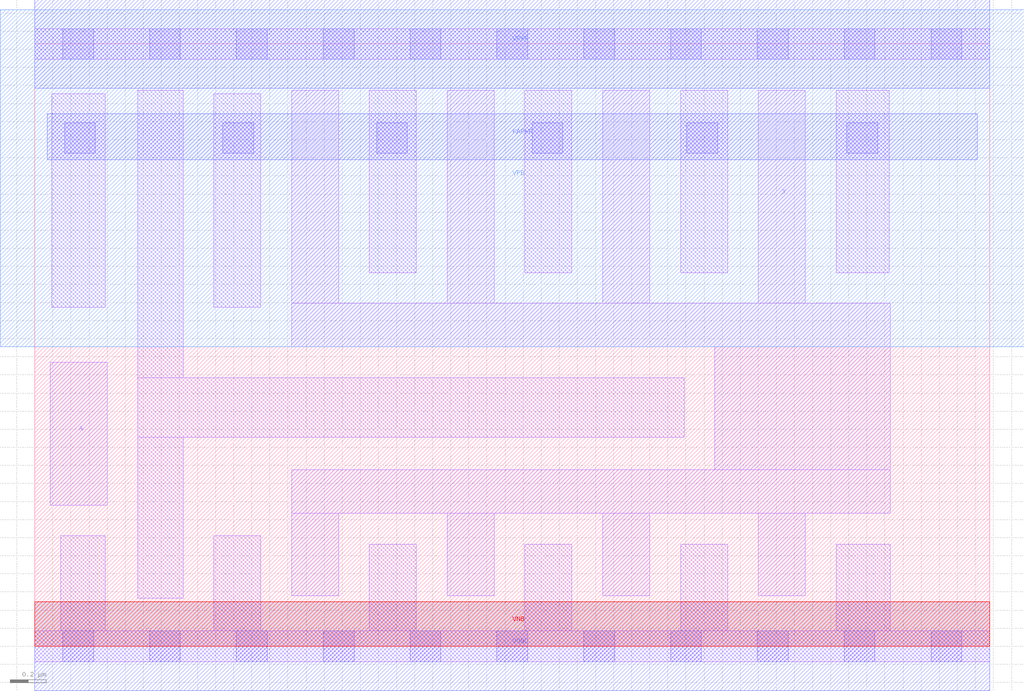
<source format=lef>
# Copyright 2020 The SkyWater PDK Authors
#
# Licensed under the Apache License, Version 2.0 (the "License");
# you may not use this file except in compliance with the License.
# You may obtain a copy of the License at
#
#     https://www.apache.org/licenses/LICENSE-2.0
#
# Unless required by applicable law or agreed to in writing, software
# distributed under the License is distributed on an "AS IS" BASIS,
# WITHOUT WARRANTIES OR CONDITIONS OF ANY KIND, either express or implied.
# See the License for the specific language governing permissions and
# limitations under the License.
#
# SPDX-License-Identifier: Apache-2.0

VERSION 5.7 ;
  NOWIREEXTENSIONATPIN ON ;
  DIVIDERCHAR "/" ;
  BUSBITCHARS "[]" ;
MACRO sky130_fd_sc_lp__bufkapwr_8
  CLASS CORE ;
  FOREIGN sky130_fd_sc_lp__bufkapwr_8 ;
  ORIGIN  0.000000  0.000000 ;
  SIZE  5.280000 BY  3.330000 ;
  SYMMETRY X Y ;
  SITE unit ;
  PIN A
    ANTENNAGATEAREA  0.504000 ;
    DIRECTION INPUT ;
    USE SIGNAL ;
    PORT
      LAYER li1 ;
        RECT 0.085000 0.780000 0.400000 1.570000 ;
    END
  END A
  PIN X
    ANTENNADIFFAREA  1.881600 ;
    DIRECTION OUTPUT ;
    USE SIGNAL ;
    PORT
      LAYER li1 ;
        RECT 1.420000 0.280000 1.680000 0.735000 ;
        RECT 1.420000 0.735000 4.730000 0.975000 ;
        RECT 1.420000 1.655000 4.730000 1.895000 ;
        RECT 1.420000 1.895000 1.680000 3.075000 ;
        RECT 2.280000 0.280000 2.540000 0.735000 ;
        RECT 2.280000 1.895000 2.540000 3.075000 ;
        RECT 3.140000 0.280000 3.400000 0.735000 ;
        RECT 3.140000 1.895000 3.400000 3.075000 ;
        RECT 3.760000 0.975000 4.730000 1.655000 ;
        RECT 4.000000 0.280000 4.260000 0.735000 ;
        RECT 4.000000 1.895000 4.260000 3.075000 ;
    END
  END X
  PIN KAPWR
    DIRECTION INOUT ;
    USE POWER ;
    PORT
      LAYER met1 ;
        RECT 0.070000 2.690000 5.210000 2.945000 ;
    END
  END KAPWR
  PIN VGND
    DIRECTION INOUT ;
    USE GROUND ;
    PORT
      LAYER met1 ;
        RECT 0.000000 -0.245000 5.280000 0.245000 ;
    END
  END VGND
  PIN VNB
    DIRECTION INOUT ;
    USE GROUND ;
    PORT
      LAYER pwell ;
        RECT 0.000000 0.000000 5.280000 0.245000 ;
    END
  END VNB
  PIN VPB
    DIRECTION INOUT ;
    USE POWER ;
    PORT
      LAYER nwell ;
        RECT -0.190000 1.655000 5.470000 3.520000 ;
    END
  END VPB
  PIN VPWR
    DIRECTION INOUT ;
    USE POWER ;
    PORT
      LAYER met1 ;
        RECT 0.000000 3.085000 5.280000 3.575000 ;
    END
  END VPWR
  OBS
    LAYER li1 ;
      RECT 0.000000 -0.085000 5.280000 0.085000 ;
      RECT 0.000000  3.245000 5.280000 3.415000 ;
      RECT 0.095000  1.875000 0.390000 3.055000 ;
      RECT 0.145000  0.085000 0.390000 0.610000 ;
      RECT 0.570000  0.265000 0.820000 1.155000 ;
      RECT 0.570000  1.155000 3.590000 1.485000 ;
      RECT 0.570000  1.485000 0.820000 3.075000 ;
      RECT 0.990000  0.085000 1.250000 0.610000 ;
      RECT 0.990000  1.875000 1.250000 3.055000 ;
      RECT 1.850000  0.085000 2.110000 0.565000 ;
      RECT 1.850000  2.065000 2.110000 3.075000 ;
      RECT 2.710000  0.085000 2.970000 0.565000 ;
      RECT 2.710000  2.065000 2.970000 3.075000 ;
      RECT 3.570000  0.085000 3.830000 0.565000 ;
      RECT 3.570000  2.065000 3.830000 3.075000 ;
      RECT 4.430000  0.085000 4.730000 0.565000 ;
      RECT 4.430000  2.065000 4.725000 3.075000 ;
    LAYER mcon ;
      RECT 0.155000 -0.085000 0.325000 0.085000 ;
      RECT 0.155000  3.245000 0.325000 3.415000 ;
      RECT 0.165000  2.725000 0.335000 2.895000 ;
      RECT 0.635000 -0.085000 0.805000 0.085000 ;
      RECT 0.635000  3.245000 0.805000 3.415000 ;
      RECT 1.040000  2.725000 1.210000 2.895000 ;
      RECT 1.115000 -0.085000 1.285000 0.085000 ;
      RECT 1.115000  3.245000 1.285000 3.415000 ;
      RECT 1.595000 -0.085000 1.765000 0.085000 ;
      RECT 1.595000  3.245000 1.765000 3.415000 ;
      RECT 1.890000  2.725000 2.060000 2.895000 ;
      RECT 2.075000 -0.085000 2.245000 0.085000 ;
      RECT 2.075000  3.245000 2.245000 3.415000 ;
      RECT 2.555000 -0.085000 2.725000 0.085000 ;
      RECT 2.555000  3.245000 2.725000 3.415000 ;
      RECT 2.750000  2.725000 2.920000 2.895000 ;
      RECT 3.035000 -0.085000 3.205000 0.085000 ;
      RECT 3.035000  3.245000 3.205000 3.415000 ;
      RECT 3.515000 -0.085000 3.685000 0.085000 ;
      RECT 3.515000  3.245000 3.685000 3.415000 ;
      RECT 3.605000  2.725000 3.775000 2.895000 ;
      RECT 3.995000 -0.085000 4.165000 0.085000 ;
      RECT 3.995000  3.245000 4.165000 3.415000 ;
      RECT 4.475000 -0.085000 4.645000 0.085000 ;
      RECT 4.475000  3.245000 4.645000 3.415000 ;
      RECT 4.490000  2.725000 4.660000 2.895000 ;
      RECT 4.955000 -0.085000 5.125000 0.085000 ;
      RECT 4.955000  3.245000 5.125000 3.415000 ;
  END
END sky130_fd_sc_lp__bufkapwr_8
END LIBRARY

</source>
